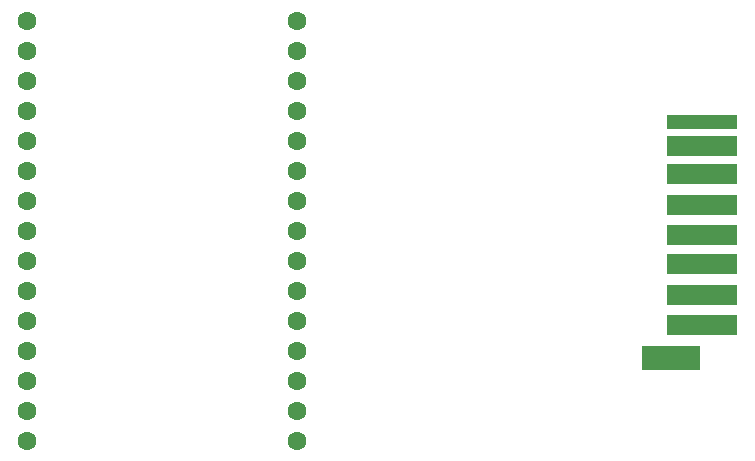
<source format=gbr>
%TF.GenerationSoftware,KiCad,Pcbnew,(6.0.6-0)*%
%TF.CreationDate,2022-08-03T21:57:52-07:00*%
%TF.ProjectId,sd_bt_streamer,73645f62-745f-4737-9472-65616d65722e,rev?*%
%TF.SameCoordinates,Original*%
%TF.FileFunction,Soldermask,Bot*%
%TF.FilePolarity,Negative*%
%FSLAX46Y46*%
G04 Gerber Fmt 4.6, Leading zero omitted, Abs format (unit mm)*
G04 Created by KiCad (PCBNEW (6.0.6-0)) date 2022-08-03 21:57:52*
%MOMM*%
%LPD*%
G01*
G04 APERTURE LIST*
%ADD10C,1.600000*%
%ADD11R,6.000000X1.750000*%
%ADD12R,6.000000X1.250000*%
%ADD13R,5.000000X2.000000*%
G04 APERTURE END LIST*
D10*
%TO.C,U2*%
X150570000Y-63720000D03*
X150570000Y-66260000D03*
X150570000Y-68800000D03*
X150570000Y-71340000D03*
X150570000Y-73880000D03*
X150570000Y-76420000D03*
X150570000Y-78960000D03*
X150570000Y-81500000D03*
X150570000Y-84040000D03*
X150570000Y-86580000D03*
X150570000Y-89120000D03*
X150570000Y-91660000D03*
X150570000Y-94200000D03*
X150570000Y-96740000D03*
X150570000Y-99280000D03*
X173430000Y-99280000D03*
X173430000Y-96740000D03*
X173430000Y-94200000D03*
X173430000Y-91660000D03*
X173430000Y-89120000D03*
X173430000Y-86580000D03*
X173430000Y-84040000D03*
X173430000Y-81500000D03*
X173430000Y-78960000D03*
X173430000Y-76420000D03*
X173430000Y-73880000D03*
X173430000Y-71340000D03*
X173430000Y-68800000D03*
X173430000Y-66260000D03*
X173430000Y-63720000D03*
%TD*%
D11*
%TO.C,U1*%
X207703000Y-89514600D03*
X207703000Y-86965000D03*
X207703000Y-84370000D03*
X207703000Y-81840000D03*
X207703000Y-79305000D03*
X207703000Y-76740000D03*
X207703000Y-74340000D03*
D12*
X207703000Y-72340000D03*
D13*
X205030000Y-92300000D03*
%TD*%
M02*

</source>
